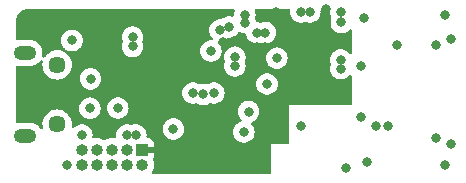
<source format=gbr>
%TF.GenerationSoftware,KiCad,Pcbnew,(6.0.1)*%
%TF.CreationDate,2022-05-09T00:38:21+05:45*%
%TF.ProjectId,ST_RF,53545f52-462e-46b6-9963-61645f706362,rev?*%
%TF.SameCoordinates,Original*%
%TF.FileFunction,Copper,L3,Inr*%
%TF.FilePolarity,Positive*%
%FSLAX46Y46*%
G04 Gerber Fmt 4.6, Leading zero omitted, Abs format (unit mm)*
G04 Created by KiCad (PCBNEW (6.0.1)) date 2022-05-09 00:38:21*
%MOMM*%
%LPD*%
G01*
G04 APERTURE LIST*
%TA.AperFunction,ComponentPad*%
%ADD10O,1.000000X1.000000*%
%TD*%
%TA.AperFunction,ComponentPad*%
%ADD11R,1.000000X1.000000*%
%TD*%
%TA.AperFunction,ComponentPad*%
%ADD12O,1.900000X1.200000*%
%TD*%
%TA.AperFunction,ComponentPad*%
%ADD13C,1.450000*%
%TD*%
%TA.AperFunction,ViaPad*%
%ADD14C,0.800000*%
%TD*%
G04 APERTURE END LIST*
D10*
%TO.N,NRST*%
%TO.C,J3*%
X31496000Y-41910000D03*
%TO.N,GND*%
X31496000Y-40640000D03*
%TO.N,unconnected-(J3-Pad8)*%
X32766000Y-41910000D03*
%TO.N,unconnected-(J3-Pad7)*%
X32766000Y-40640000D03*
%TO.N,unconnected-(J3-Pad6)*%
X34036000Y-41910000D03*
%TO.N,GND*%
X34036000Y-40640000D03*
%TO.N,SW_CLK*%
X35306000Y-41910000D03*
%TO.N,GND*%
X35306000Y-40640000D03*
%TO.N,SW_DIO*%
X36576000Y-41910000D03*
D11*
%TO.N,+3V3*%
X36576000Y-40640000D03*
%TD*%
D12*
%TO.N,unconnected-(J1-Pad6)*%
%TO.C,J1*%
X26702500Y-39441000D03*
D13*
X29402500Y-33441000D03*
D12*
X26702500Y-32441000D03*
D13*
X29402500Y-38441000D03*
%TD*%
D14*
%TO.N,GND*%
X55118000Y-37846000D03*
X55626000Y-41656000D03*
X62230000Y-41910000D03*
X62738000Y-40132000D03*
X62738000Y-31242000D03*
X62230000Y-29210000D03*
X55372000Y-29464000D03*
X55118000Y-33528000D03*
X61468000Y-31750000D03*
X58166000Y-31750000D03*
X61468000Y-39624000D03*
X57404000Y-38608000D03*
X56388000Y-38608000D03*
X50800000Y-28956000D03*
X50038000Y-28956000D03*
X42672000Y-35814000D03*
X41783000Y-35941000D03*
X40894000Y-35814000D03*
X53848000Y-42164000D03*
X45212000Y-39116000D03*
%TO.N,NRST*%
X30226000Y-41910000D03*
%TO.N,GND*%
X31496000Y-39370000D03*
X36068000Y-39370000D03*
X35306000Y-39370000D03*
X43942000Y-30226000D03*
X43180000Y-30480000D03*
%TO.N,+3V3*%
X43434000Y-31496000D03*
%TO.N,NRST*%
X42418000Y-32258000D03*
%TO.N,+5V*%
X30657800Y-31369000D03*
%TO.N,GND*%
X32232600Y-34620200D03*
%TO.N,+3V3*%
X48031400Y-39217600D03*
%TO.N,GND*%
X48006000Y-32867600D03*
%TO.N,SPI_SCK*%
X45618400Y-37388800D03*
X47172548Y-35052248D03*
%TO.N,GND*%
X53416200Y-33756600D03*
X53416200Y-33020000D03*
X53441600Y-28956000D03*
X53467000Y-29845000D03*
%TO.N,+3V3*%
X52171600Y-28702000D03*
X52171600Y-29616400D03*
X40995600Y-32334200D03*
X47904400Y-29692600D03*
X47904400Y-28956000D03*
%TO.N,GND*%
X45288200Y-29210000D03*
X45313600Y-29870400D03*
X47040800Y-30708600D03*
X46329600Y-30734000D03*
%TO.N,+3V3*%
X47015400Y-31927800D03*
X46329600Y-31927800D03*
%TO.N,GND*%
X44450000Y-32791400D03*
X44450000Y-33528000D03*
%TO.N,+3V3*%
X38100000Y-34721800D03*
X38125400Y-33375600D03*
X38150800Y-34010600D03*
%TO.N,GND*%
X35788600Y-31877000D03*
X35788600Y-31089600D03*
%TO.N,+3V3*%
X37541200Y-34925000D03*
X36728400Y-34899600D03*
%TO.N,GND*%
X34544000Y-37084000D03*
%TO.N,+5V*%
X32181800Y-37109400D03*
%TO.N,GND*%
X39243000Y-38862000D03*
%TO.N,+3V3*%
X40894000Y-40132000D03*
%TO.N,GND*%
X50037400Y-38608000D03*
%TD*%
%TA.AperFunction,Conductor*%
%TO.N,+3V3*%
G36*
X44392703Y-28722002D02*
G01*
X44439196Y-28775658D01*
X44449300Y-28845932D01*
X44444415Y-28866936D01*
X44415476Y-28956000D01*
X44394658Y-29020072D01*
X44393968Y-29026633D01*
X44393968Y-29026635D01*
X44388995Y-29073954D01*
X44374696Y-29210000D01*
X44375386Y-29216565D01*
X44375386Y-29216568D01*
X44375831Y-29220803D01*
X44363058Y-29290641D01*
X44314555Y-29342487D01*
X44245721Y-29359880D01*
X44224539Y-29356027D01*
X44224288Y-29357206D01*
X44043944Y-29318872D01*
X44043939Y-29318872D01*
X44037487Y-29317500D01*
X43846513Y-29317500D01*
X43840061Y-29318872D01*
X43840056Y-29318872D01*
X43772279Y-29333279D01*
X43659712Y-29357206D01*
X43653682Y-29359891D01*
X43653681Y-29359891D01*
X43491278Y-29432197D01*
X43491276Y-29432198D01*
X43485248Y-29434882D01*
X43479907Y-29438762D01*
X43479906Y-29438763D01*
X43394088Y-29501114D01*
X43330747Y-29547134D01*
X43328994Y-29544721D01*
X43276729Y-29569841D01*
X43256351Y-29571500D01*
X43084513Y-29571500D01*
X43078061Y-29572872D01*
X43078056Y-29572872D01*
X42991113Y-29591353D01*
X42897712Y-29611206D01*
X42891682Y-29613891D01*
X42891681Y-29613891D01*
X42729278Y-29686197D01*
X42729276Y-29686198D01*
X42723248Y-29688882D01*
X42717907Y-29692762D01*
X42717906Y-29692763D01*
X42700429Y-29705461D01*
X42568747Y-29801134D01*
X42564326Y-29806044D01*
X42564325Y-29806045D01*
X42512293Y-29863833D01*
X42440960Y-29943056D01*
X42345473Y-30108444D01*
X42286458Y-30290072D01*
X42285768Y-30296633D01*
X42285768Y-30296635D01*
X42268401Y-30461872D01*
X42266496Y-30480000D01*
X42267186Y-30486565D01*
X42283187Y-30638803D01*
X42286458Y-30669928D01*
X42345473Y-30851556D01*
X42348776Y-30857278D01*
X42348777Y-30857279D01*
X42368803Y-30891965D01*
X42440960Y-31016944D01*
X42551032Y-31139192D01*
X42581748Y-31203197D01*
X42572984Y-31273651D01*
X42527522Y-31328182D01*
X42457395Y-31349500D01*
X42322513Y-31349500D01*
X42316061Y-31350872D01*
X42316056Y-31350872D01*
X42231761Y-31368790D01*
X42135712Y-31389206D01*
X42129682Y-31391891D01*
X42129681Y-31391891D01*
X41967278Y-31464197D01*
X41967276Y-31464198D01*
X41961248Y-31466882D01*
X41955907Y-31470762D01*
X41955906Y-31470763D01*
X41921395Y-31495837D01*
X41806747Y-31579134D01*
X41678960Y-31721056D01*
X41620686Y-31821990D01*
X41588926Y-31877000D01*
X41583473Y-31886444D01*
X41524458Y-32068072D01*
X41523768Y-32074633D01*
X41523768Y-32074635D01*
X41506149Y-32242271D01*
X41504496Y-32258000D01*
X41505186Y-32264565D01*
X41512826Y-32337251D01*
X41524458Y-32447928D01*
X41583473Y-32629556D01*
X41678960Y-32794944D01*
X41683378Y-32799851D01*
X41683379Y-32799852D01*
X41744380Y-32867600D01*
X41806747Y-32936866D01*
X41876580Y-32987603D01*
X41944045Y-33036619D01*
X41961248Y-33049118D01*
X41967276Y-33051802D01*
X41967278Y-33051803D01*
X42057938Y-33092167D01*
X42135712Y-33126794D01*
X42229112Y-33146647D01*
X42316056Y-33165128D01*
X42316061Y-33165128D01*
X42322513Y-33166500D01*
X42513487Y-33166500D01*
X42519939Y-33165128D01*
X42519944Y-33165128D01*
X42606888Y-33146647D01*
X42700288Y-33126794D01*
X42778062Y-33092167D01*
X42868722Y-33051803D01*
X42868724Y-33051802D01*
X42874752Y-33049118D01*
X42891956Y-33036619D01*
X42959420Y-32987603D01*
X43029253Y-32936866D01*
X43091620Y-32867600D01*
X43152621Y-32799852D01*
X43152622Y-32799851D01*
X43157040Y-32794944D01*
X43252527Y-32629556D01*
X43311542Y-32447928D01*
X43323175Y-32337251D01*
X43330814Y-32264565D01*
X43331504Y-32258000D01*
X43329851Y-32242271D01*
X43312232Y-32074635D01*
X43312232Y-32074633D01*
X43311542Y-32068072D01*
X43252527Y-31886444D01*
X43247075Y-31877000D01*
X43215314Y-31821990D01*
X43157040Y-31721056D01*
X43046968Y-31598808D01*
X43016252Y-31534803D01*
X43025016Y-31464349D01*
X43070478Y-31409818D01*
X43140605Y-31388500D01*
X43275487Y-31388500D01*
X43281939Y-31387128D01*
X43281944Y-31387128D01*
X43398112Y-31362435D01*
X43462288Y-31348794D01*
X43498245Y-31332785D01*
X43630722Y-31273803D01*
X43630724Y-31273802D01*
X43636752Y-31271118D01*
X43671952Y-31245544D01*
X43791253Y-31158866D01*
X43793006Y-31161279D01*
X43845271Y-31136159D01*
X43865649Y-31134500D01*
X44037487Y-31134500D01*
X44043939Y-31133128D01*
X44043944Y-31133128D01*
X44130887Y-31114647D01*
X44224288Y-31094794D01*
X44244312Y-31085879D01*
X44392722Y-31019803D01*
X44392724Y-31019802D01*
X44398752Y-31017118D01*
X44417181Y-31003729D01*
X44454157Y-30976864D01*
X44553253Y-30904866D01*
X44558960Y-30898528D01*
X44676621Y-30767852D01*
X44676622Y-30767851D01*
X44681040Y-30762944D01*
X44706850Y-30718240D01*
X44758232Y-30669248D01*
X44827946Y-30655813D01*
X44867216Y-30666135D01*
X45025277Y-30736508D01*
X45025285Y-30736511D01*
X45031312Y-30739194D01*
X45116160Y-30757229D01*
X45211656Y-30777528D01*
X45211661Y-30777528D01*
X45218113Y-30778900D01*
X45307364Y-30778900D01*
X45375485Y-30798902D01*
X45421978Y-30852558D01*
X45432674Y-30891730D01*
X45434055Y-30904866D01*
X45436058Y-30923928D01*
X45495073Y-31105556D01*
X45498376Y-31111278D01*
X45498377Y-31111279D01*
X45510992Y-31133128D01*
X45590560Y-31270944D01*
X45594978Y-31275851D01*
X45594979Y-31275852D01*
X45646230Y-31332772D01*
X45718347Y-31412866D01*
X45784812Y-31461156D01*
X45841584Y-31502403D01*
X45872848Y-31525118D01*
X45878876Y-31527802D01*
X45878878Y-31527803D01*
X46038366Y-31598811D01*
X46047312Y-31602794D01*
X46140713Y-31622647D01*
X46227656Y-31641128D01*
X46227661Y-31641128D01*
X46234113Y-31642500D01*
X46425087Y-31642500D01*
X46431539Y-31641128D01*
X46431544Y-31641128D01*
X46570260Y-31611642D01*
X46611888Y-31602794D01*
X46663488Y-31579821D01*
X46733852Y-31570387D01*
X46752980Y-31574931D01*
X46758512Y-31577394D01*
X46764967Y-31578766D01*
X46764970Y-31578767D01*
X46938856Y-31615728D01*
X46938861Y-31615728D01*
X46945313Y-31617100D01*
X47136287Y-31617100D01*
X47142739Y-31615728D01*
X47142744Y-31615728D01*
X47229688Y-31597247D01*
X47323088Y-31577394D01*
X47329119Y-31574709D01*
X47491522Y-31502403D01*
X47491524Y-31502402D01*
X47497552Y-31499718D01*
X47520150Y-31483300D01*
X47603088Y-31423041D01*
X47652053Y-31387466D01*
X47686238Y-31349500D01*
X47775421Y-31250452D01*
X47775422Y-31250451D01*
X47779840Y-31245544D01*
X47868426Y-31092109D01*
X47872023Y-31085879D01*
X47872024Y-31085878D01*
X47875327Y-31080156D01*
X47934342Y-30898528D01*
X47935057Y-30891730D01*
X47953614Y-30715165D01*
X47954304Y-30708600D01*
X47934342Y-30518672D01*
X47875327Y-30337044D01*
X47779840Y-30171656D01*
X47662383Y-30041206D01*
X47656475Y-30034645D01*
X47656474Y-30034644D01*
X47652053Y-30029734D01*
X47540622Y-29948774D01*
X47502894Y-29921363D01*
X47502893Y-29921362D01*
X47497552Y-29917482D01*
X47491524Y-29914798D01*
X47491522Y-29914797D01*
X47329119Y-29842491D01*
X47329118Y-29842491D01*
X47323088Y-29839806D01*
X47229687Y-29819953D01*
X47142744Y-29801472D01*
X47142739Y-29801472D01*
X47136287Y-29800100D01*
X46945313Y-29800100D01*
X46938861Y-29801472D01*
X46938856Y-29801472D01*
X46822678Y-29826167D01*
X46758512Y-29839806D01*
X46706912Y-29862779D01*
X46636548Y-29872213D01*
X46617420Y-29867669D01*
X46611888Y-29865206D01*
X46605433Y-29863834D01*
X46605430Y-29863833D01*
X46431544Y-29826872D01*
X46431539Y-29826872D01*
X46425087Y-29825500D01*
X46335836Y-29825500D01*
X46267715Y-29805498D01*
X46221222Y-29751842D01*
X46210526Y-29712670D01*
X46207833Y-29687042D01*
X46207832Y-29687038D01*
X46207142Y-29680472D01*
X46205100Y-29674186D01*
X46161516Y-29540050D01*
X46159488Y-29469083D01*
X46161516Y-29462178D01*
X46179700Y-29406214D01*
X46179701Y-29406210D01*
X46181742Y-29399928D01*
X46183716Y-29381155D01*
X46201014Y-29216565D01*
X46201704Y-29210000D01*
X46187405Y-29073954D01*
X46182432Y-29026635D01*
X46182432Y-29026633D01*
X46181742Y-29020072D01*
X46160924Y-28956000D01*
X46131985Y-28866936D01*
X46129957Y-28795969D01*
X46166620Y-28735171D01*
X46230332Y-28703845D01*
X46251818Y-28702000D01*
X49011255Y-28702000D01*
X49079376Y-28722002D01*
X49125869Y-28775658D01*
X49136565Y-28841170D01*
X49124496Y-28956000D01*
X49144458Y-29145928D01*
X49203473Y-29327556D01*
X49298960Y-29492944D01*
X49303378Y-29497851D01*
X49303379Y-29497852D01*
X49345580Y-29544721D01*
X49426747Y-29634866D01*
X49506435Y-29692763D01*
X49549801Y-29724270D01*
X49581248Y-29747118D01*
X49587276Y-29749802D01*
X49587278Y-29749803D01*
X49749677Y-29822107D01*
X49755712Y-29824794D01*
X49838974Y-29842492D01*
X49936056Y-29863128D01*
X49936061Y-29863128D01*
X49942513Y-29864500D01*
X50133487Y-29864500D01*
X50139939Y-29863128D01*
X50139944Y-29863128D01*
X50278660Y-29833642D01*
X50320288Y-29824794D01*
X50326321Y-29822108D01*
X50326324Y-29822107D01*
X50367752Y-29803662D01*
X50438119Y-29794228D01*
X50470248Y-29803662D01*
X50511676Y-29822107D01*
X50511679Y-29822108D01*
X50517712Y-29824794D01*
X50559340Y-29833642D01*
X50698056Y-29863128D01*
X50698061Y-29863128D01*
X50704513Y-29864500D01*
X50895487Y-29864500D01*
X50901939Y-29863128D01*
X50901944Y-29863128D01*
X50999026Y-29842492D01*
X51082288Y-29824794D01*
X51088323Y-29822107D01*
X51250722Y-29749803D01*
X51250724Y-29749802D01*
X51256752Y-29747118D01*
X51288200Y-29724270D01*
X51331565Y-29692763D01*
X51411253Y-29634866D01*
X51492420Y-29544721D01*
X51534621Y-29497852D01*
X51534622Y-29497851D01*
X51539040Y-29492944D01*
X51634527Y-29327556D01*
X51693542Y-29145928D01*
X51713504Y-28956000D01*
X51701435Y-28841170D01*
X51714207Y-28771332D01*
X51762709Y-28719485D01*
X51826745Y-28702000D01*
X52414855Y-28702000D01*
X52482976Y-28722002D01*
X52529469Y-28775658D01*
X52540165Y-28841170D01*
X52528096Y-28956000D01*
X52548058Y-29145928D01*
X52607073Y-29327556D01*
X52610376Y-29333278D01*
X52610377Y-29333279D01*
X52626413Y-29361054D01*
X52643151Y-29430050D01*
X52633101Y-29472356D01*
X52632473Y-29473444D01*
X52573458Y-29655072D01*
X52572768Y-29661633D01*
X52572768Y-29661635D01*
X52555475Y-29826167D01*
X52553496Y-29845000D01*
X52554186Y-29851565D01*
X52555546Y-29864500D01*
X52573458Y-30034928D01*
X52632473Y-30216556D01*
X52727960Y-30381944D01*
X52732378Y-30386851D01*
X52732379Y-30386852D01*
X52851070Y-30518672D01*
X52855747Y-30523866D01*
X53010248Y-30636118D01*
X53016276Y-30638802D01*
X53016278Y-30638803D01*
X53173046Y-30708600D01*
X53184712Y-30713794D01*
X53278113Y-30733647D01*
X53365056Y-30752128D01*
X53365061Y-30752128D01*
X53371513Y-30753500D01*
X53562487Y-30753500D01*
X53568939Y-30752128D01*
X53568944Y-30752128D01*
X53655887Y-30733647D01*
X53749288Y-30713794D01*
X53760954Y-30708600D01*
X53917722Y-30638803D01*
X53917724Y-30638802D01*
X53923752Y-30636118D01*
X54078253Y-30523866D01*
X54088583Y-30512394D01*
X54133100Y-30462952D01*
X54136364Y-30459327D01*
X54196810Y-30422087D01*
X54267793Y-30423439D01*
X54326778Y-30462952D01*
X54355036Y-30528083D01*
X54356000Y-30543637D01*
X54356000Y-32377782D01*
X54335998Y-32445903D01*
X54282342Y-32492396D01*
X54212068Y-32502500D01*
X54147488Y-32473006D01*
X54136364Y-32462092D01*
X54031875Y-32346045D01*
X54031874Y-32346044D01*
X54027453Y-32341134D01*
X53913029Y-32258000D01*
X53878294Y-32232763D01*
X53878293Y-32232762D01*
X53872952Y-32228882D01*
X53866924Y-32226198D01*
X53866922Y-32226197D01*
X53704519Y-32153891D01*
X53704518Y-32153891D01*
X53698488Y-32151206D01*
X53605087Y-32131353D01*
X53518144Y-32112872D01*
X53518139Y-32112872D01*
X53511687Y-32111500D01*
X53320713Y-32111500D01*
X53314261Y-32112872D01*
X53314256Y-32112872D01*
X53227313Y-32131353D01*
X53133912Y-32151206D01*
X53127882Y-32153891D01*
X53127881Y-32153891D01*
X52965478Y-32226197D01*
X52965476Y-32226198D01*
X52959448Y-32228882D01*
X52954107Y-32232762D01*
X52954106Y-32232763D01*
X52919371Y-32258000D01*
X52804947Y-32341134D01*
X52800526Y-32346044D01*
X52800525Y-32346045D01*
X52703137Y-32454206D01*
X52677160Y-32483056D01*
X52635123Y-32555866D01*
X52585858Y-32641196D01*
X52581673Y-32648444D01*
X52522658Y-32830072D01*
X52521968Y-32836633D01*
X52521968Y-32836635D01*
X52507450Y-32974765D01*
X52502696Y-33020000D01*
X52503386Y-33026565D01*
X52518273Y-33168203D01*
X52522658Y-33209928D01*
X52566428Y-33344635D01*
X52567964Y-33349363D01*
X52569992Y-33420331D01*
X52567969Y-33427221D01*
X52522658Y-33566672D01*
X52521968Y-33573233D01*
X52521968Y-33573235D01*
X52503386Y-33750034D01*
X52502696Y-33756600D01*
X52503386Y-33763165D01*
X52518323Y-33905279D01*
X52522658Y-33946528D01*
X52581673Y-34128156D01*
X52677160Y-34293544D01*
X52681578Y-34298451D01*
X52681579Y-34298452D01*
X52800270Y-34430272D01*
X52804947Y-34435466D01*
X52904043Y-34507464D01*
X52912108Y-34513323D01*
X52959448Y-34547718D01*
X52965476Y-34550402D01*
X52965478Y-34550403D01*
X53122246Y-34620200D01*
X53133912Y-34625394D01*
X53227313Y-34645247D01*
X53314256Y-34663728D01*
X53314261Y-34663728D01*
X53320713Y-34665100D01*
X53511687Y-34665100D01*
X53518139Y-34663728D01*
X53518144Y-34663728D01*
X53605087Y-34645247D01*
X53698488Y-34625394D01*
X53710154Y-34620200D01*
X53866922Y-34550403D01*
X53866924Y-34550402D01*
X53872952Y-34547718D01*
X53920293Y-34513323D01*
X53928357Y-34507464D01*
X54027453Y-34435466D01*
X54037783Y-34423994D01*
X54136364Y-34314508D01*
X54196810Y-34277268D01*
X54267794Y-34278620D01*
X54326778Y-34318133D01*
X54355036Y-34383264D01*
X54356000Y-34398818D01*
X54356000Y-36704000D01*
X54335998Y-36772121D01*
X54282342Y-36818614D01*
X54230000Y-36830000D01*
X49022000Y-36830000D01*
X49022000Y-40006000D01*
X49001998Y-40074121D01*
X48948342Y-40120614D01*
X48896000Y-40132000D01*
X47498000Y-40132000D01*
X47498000Y-42546000D01*
X47477998Y-42614121D01*
X47424342Y-42660614D01*
X47372000Y-42672000D01*
X37519532Y-42672000D01*
X37451411Y-42651998D01*
X37404918Y-42598342D01*
X37394814Y-42528068D01*
X37409976Y-42483763D01*
X37498722Y-42327542D01*
X37501769Y-42322179D01*
X37564197Y-42134513D01*
X37588985Y-41938295D01*
X37589380Y-41910000D01*
X37570080Y-41713167D01*
X37565073Y-41696581D01*
X37514699Y-41529736D01*
X37514698Y-41529734D01*
X37512916Y-41523831D01*
X37510022Y-41518387D01*
X37507973Y-41513417D01*
X37500509Y-41442814D01*
X37518145Y-41402429D01*
X37516479Y-41401517D01*
X37529323Y-41378058D01*
X37574478Y-41257606D01*
X37578105Y-41242351D01*
X37583631Y-41191486D01*
X37584000Y-41184672D01*
X37584000Y-40912115D01*
X37579525Y-40896876D01*
X37578135Y-40895671D01*
X37570452Y-40894000D01*
X36448000Y-40894000D01*
X36379879Y-40873998D01*
X36333386Y-40820342D01*
X36322000Y-40768000D01*
X36322000Y-40512000D01*
X36342002Y-40443879D01*
X36395658Y-40397386D01*
X36448000Y-40386000D01*
X37565884Y-40386000D01*
X37581123Y-40381525D01*
X37582328Y-40380135D01*
X37583999Y-40372452D01*
X37583999Y-40095331D01*
X37583629Y-40088510D01*
X37578105Y-40037648D01*
X37574479Y-40022396D01*
X37529324Y-39901946D01*
X37520786Y-39886351D01*
X37444285Y-39784276D01*
X37431724Y-39771715D01*
X37329649Y-39695214D01*
X37314054Y-39686676D01*
X37193606Y-39641522D01*
X37178351Y-39637895D01*
X37127486Y-39632369D01*
X37120672Y-39632000D01*
X37093904Y-39632000D01*
X37025783Y-39611998D01*
X36979290Y-39558342D01*
X36968594Y-39492829D01*
X36969149Y-39487556D01*
X36981504Y-39370000D01*
X36967163Y-39233556D01*
X36962232Y-39186635D01*
X36962232Y-39186633D01*
X36961542Y-39180072D01*
X36902527Y-38998444D01*
X36823751Y-38862000D01*
X38329496Y-38862000D01*
X38349458Y-39051928D01*
X38408473Y-39233556D01*
X38411776Y-39239278D01*
X38411777Y-39239279D01*
X38426704Y-39265133D01*
X38503960Y-39398944D01*
X38508378Y-39403851D01*
X38508379Y-39403852D01*
X38609808Y-39516500D01*
X38631747Y-39540866D01*
X38692916Y-39585308D01*
X38780773Y-39649140D01*
X38786248Y-39653118D01*
X38792276Y-39655802D01*
X38792278Y-39655803D01*
X38914890Y-39710393D01*
X38960712Y-39730794D01*
X39054112Y-39750647D01*
X39141056Y-39769128D01*
X39141061Y-39769128D01*
X39147513Y-39770500D01*
X39338487Y-39770500D01*
X39344939Y-39769128D01*
X39344944Y-39769128D01*
X39431888Y-39750647D01*
X39525288Y-39730794D01*
X39571110Y-39710393D01*
X39693722Y-39655803D01*
X39693724Y-39655802D01*
X39699752Y-39653118D01*
X39705228Y-39649140D01*
X39793084Y-39585308D01*
X39854253Y-39540866D01*
X39876192Y-39516500D01*
X39977621Y-39403852D01*
X39977622Y-39403851D01*
X39982040Y-39398944D01*
X40059296Y-39265133D01*
X40074223Y-39239279D01*
X40074224Y-39239278D01*
X40077527Y-39233556D01*
X40115724Y-39116000D01*
X44298496Y-39116000D01*
X44299186Y-39122565D01*
X44316455Y-39286866D01*
X44318458Y-39305928D01*
X44377473Y-39487556D01*
X44380776Y-39493278D01*
X44380777Y-39493279D01*
X44394184Y-39516500D01*
X44472960Y-39652944D01*
X44477378Y-39657851D01*
X44477379Y-39657852D01*
X44596325Y-39789955D01*
X44600747Y-39794866D01*
X44617908Y-39807334D01*
X44743907Y-39898878D01*
X44755248Y-39907118D01*
X44761276Y-39909802D01*
X44761278Y-39909803D01*
X44923681Y-39982109D01*
X44929712Y-39984794D01*
X45006261Y-40001065D01*
X45110056Y-40023128D01*
X45110061Y-40023128D01*
X45116513Y-40024500D01*
X45307487Y-40024500D01*
X45313939Y-40023128D01*
X45313944Y-40023128D01*
X45417739Y-40001065D01*
X45494288Y-39984794D01*
X45500319Y-39982109D01*
X45662722Y-39909803D01*
X45662724Y-39909802D01*
X45668752Y-39907118D01*
X45680094Y-39898878D01*
X45806092Y-39807334D01*
X45823253Y-39794866D01*
X45827675Y-39789955D01*
X45946621Y-39657852D01*
X45946622Y-39657851D01*
X45951040Y-39652944D01*
X46029816Y-39516500D01*
X46043223Y-39493279D01*
X46043224Y-39493278D01*
X46046527Y-39487556D01*
X46105542Y-39305928D01*
X46107546Y-39286866D01*
X46124814Y-39122565D01*
X46125504Y-39116000D01*
X46105542Y-38926072D01*
X46046527Y-38744444D01*
X45951040Y-38579056D01*
X45920516Y-38545155D01*
X45845032Y-38461322D01*
X45814314Y-38397315D01*
X45823079Y-38326861D01*
X45868542Y-38272330D01*
X45897471Y-38258278D01*
X45900688Y-38257594D01*
X46013202Y-38207500D01*
X46069122Y-38182603D01*
X46069124Y-38182602D01*
X46075152Y-38179918D01*
X46229653Y-38067666D01*
X46270035Y-38022817D01*
X46353021Y-37930652D01*
X46353022Y-37930651D01*
X46357440Y-37925744D01*
X46436813Y-37788266D01*
X46449623Y-37766079D01*
X46449624Y-37766078D01*
X46452927Y-37760356D01*
X46511942Y-37578728D01*
X46521008Y-37492475D01*
X46531214Y-37395365D01*
X46531904Y-37388800D01*
X46522500Y-37299328D01*
X46512632Y-37205435D01*
X46512632Y-37205433D01*
X46511942Y-37198872D01*
X46452927Y-37017244D01*
X46357440Y-36851856D01*
X46285647Y-36772121D01*
X46234075Y-36714845D01*
X46234074Y-36714844D01*
X46229653Y-36709934D01*
X46130557Y-36637936D01*
X46080494Y-36601563D01*
X46080493Y-36601562D01*
X46075152Y-36597682D01*
X46069124Y-36594998D01*
X46069122Y-36594997D01*
X45906719Y-36522691D01*
X45906718Y-36522691D01*
X45900688Y-36520006D01*
X45791273Y-36496749D01*
X45720344Y-36481672D01*
X45720339Y-36481672D01*
X45713887Y-36480300D01*
X45522913Y-36480300D01*
X45516461Y-36481672D01*
X45516456Y-36481672D01*
X45445527Y-36496749D01*
X45336112Y-36520006D01*
X45330082Y-36522691D01*
X45330081Y-36522691D01*
X45167678Y-36594997D01*
X45167676Y-36594998D01*
X45161648Y-36597682D01*
X45156307Y-36601562D01*
X45156306Y-36601563D01*
X45106243Y-36637936D01*
X45007147Y-36709934D01*
X45002726Y-36714844D01*
X45002725Y-36714845D01*
X44951154Y-36772121D01*
X44879360Y-36851856D01*
X44783873Y-37017244D01*
X44724858Y-37198872D01*
X44724168Y-37205433D01*
X44724168Y-37205435D01*
X44714300Y-37299328D01*
X44704896Y-37388800D01*
X44705586Y-37395365D01*
X44715793Y-37492475D01*
X44724858Y-37578728D01*
X44783873Y-37760356D01*
X44787176Y-37766078D01*
X44787177Y-37766079D01*
X44799987Y-37788266D01*
X44879360Y-37925744D01*
X44883778Y-37930651D01*
X44883779Y-37930652D01*
X44985368Y-38043478D01*
X45016086Y-38107485D01*
X45007321Y-38177939D01*
X44961858Y-38232470D01*
X44932929Y-38246522D01*
X44929712Y-38247206D01*
X44842480Y-38286044D01*
X44761278Y-38322197D01*
X44761276Y-38322198D01*
X44755248Y-38324882D01*
X44749907Y-38328762D01*
X44749906Y-38328763D01*
X44724051Y-38347548D01*
X44600747Y-38437134D01*
X44596326Y-38442044D01*
X44596325Y-38442045D01*
X44503485Y-38545155D01*
X44472960Y-38579056D01*
X44377473Y-38744444D01*
X44318458Y-38926072D01*
X44298496Y-39116000D01*
X40115724Y-39116000D01*
X40136542Y-39051928D01*
X40156504Y-38862000D01*
X40147428Y-38775642D01*
X40137232Y-38678635D01*
X40137232Y-38678633D01*
X40136542Y-38672072D01*
X40077527Y-38490444D01*
X39982040Y-38325056D01*
X39957049Y-38297300D01*
X39858675Y-38188045D01*
X39858674Y-38188044D01*
X39854253Y-38183134D01*
X39699752Y-38070882D01*
X39693724Y-38068198D01*
X39693722Y-38068197D01*
X39531319Y-37995891D01*
X39531318Y-37995891D01*
X39525288Y-37993206D01*
X39431887Y-37973353D01*
X39344944Y-37954872D01*
X39344939Y-37954872D01*
X39338487Y-37953500D01*
X39147513Y-37953500D01*
X39141061Y-37954872D01*
X39141056Y-37954872D01*
X39054113Y-37973353D01*
X38960712Y-37993206D01*
X38954682Y-37995891D01*
X38954681Y-37995891D01*
X38792278Y-38068197D01*
X38792276Y-38068198D01*
X38786248Y-38070882D01*
X38631747Y-38183134D01*
X38627326Y-38188044D01*
X38627325Y-38188045D01*
X38528952Y-38297300D01*
X38503960Y-38325056D01*
X38408473Y-38490444D01*
X38349458Y-38672072D01*
X38348768Y-38678633D01*
X38348768Y-38678635D01*
X38338572Y-38775642D01*
X38329496Y-38862000D01*
X36823751Y-38862000D01*
X36807040Y-38833056D01*
X36727254Y-38744444D01*
X36683675Y-38696045D01*
X36683674Y-38696044D01*
X36679253Y-38691134D01*
X36524752Y-38578882D01*
X36518724Y-38576198D01*
X36518722Y-38576197D01*
X36356319Y-38503891D01*
X36356318Y-38503891D01*
X36350288Y-38501206D01*
X36256887Y-38481353D01*
X36169944Y-38462872D01*
X36169939Y-38462872D01*
X36163487Y-38461500D01*
X35972513Y-38461500D01*
X35966061Y-38462872D01*
X35966056Y-38462872D01*
X35863267Y-38484721D01*
X35785712Y-38501206D01*
X35779679Y-38503892D01*
X35779676Y-38503893D01*
X35738248Y-38522338D01*
X35667881Y-38531772D01*
X35635752Y-38522338D01*
X35594324Y-38503893D01*
X35594321Y-38503892D01*
X35588288Y-38501206D01*
X35510733Y-38484721D01*
X35407944Y-38462872D01*
X35407939Y-38462872D01*
X35401487Y-38461500D01*
X35210513Y-38461500D01*
X35204061Y-38462872D01*
X35204056Y-38462872D01*
X35117113Y-38481353D01*
X35023712Y-38501206D01*
X35017682Y-38503891D01*
X35017681Y-38503891D01*
X34855278Y-38576197D01*
X34855276Y-38576198D01*
X34849248Y-38578882D01*
X34694747Y-38691134D01*
X34690326Y-38696044D01*
X34690325Y-38696045D01*
X34646747Y-38744444D01*
X34566960Y-38833056D01*
X34471473Y-38998444D01*
X34412458Y-39180072D01*
X34411768Y-39186633D01*
X34411768Y-39186635D01*
X34406837Y-39233556D01*
X34392496Y-39370000D01*
X34393186Y-39376564D01*
X34393186Y-39376565D01*
X34407785Y-39515470D01*
X34395013Y-39585308D01*
X34346511Y-39637155D01*
X34277678Y-39654549D01*
X34251743Y-39650119D01*
X34251690Y-39650379D01*
X34245653Y-39649140D01*
X34239768Y-39647318D01*
X34233643Y-39646674D01*
X34233642Y-39646674D01*
X34049204Y-39627289D01*
X34049202Y-39627289D01*
X34043075Y-39626645D01*
X33980179Y-39632369D01*
X33852251Y-39644011D01*
X33852248Y-39644012D01*
X33846112Y-39644570D01*
X33840206Y-39646308D01*
X33840202Y-39646309D01*
X33735076Y-39677249D01*
X33656381Y-39700410D01*
X33650923Y-39703263D01*
X33650919Y-39703265D01*
X33589698Y-39735271D01*
X33481110Y-39792040D01*
X33476310Y-39795900D01*
X33471153Y-39799274D01*
X33469769Y-39797158D01*
X33414365Y-39820027D01*
X33344512Y-39807334D01*
X33334898Y-39801709D01*
X33332675Y-39799870D01*
X33158701Y-39705802D01*
X32969768Y-39647318D01*
X32963643Y-39646674D01*
X32963642Y-39646674D01*
X32779204Y-39627289D01*
X32779202Y-39627289D01*
X32773075Y-39626645D01*
X32710179Y-39632369D01*
X32582251Y-39644011D01*
X32582248Y-39644012D01*
X32576112Y-39644570D01*
X32570197Y-39646311D01*
X32570196Y-39646311D01*
X32554966Y-39650793D01*
X32483969Y-39650839D01*
X32424218Y-39612493D01*
X32394684Y-39547931D01*
X32394080Y-39516749D01*
X32394215Y-39515470D01*
X32409504Y-39370000D01*
X32395163Y-39233556D01*
X32390232Y-39186635D01*
X32390232Y-39186633D01*
X32389542Y-39180072D01*
X32330527Y-38998444D01*
X32235040Y-38833056D01*
X32155254Y-38744444D01*
X32111675Y-38696045D01*
X32111674Y-38696044D01*
X32107253Y-38691134D01*
X31952752Y-38578882D01*
X31946724Y-38576198D01*
X31946722Y-38576197D01*
X31784319Y-38503891D01*
X31784318Y-38503891D01*
X31778288Y-38501206D01*
X31684887Y-38481353D01*
X31597944Y-38462872D01*
X31597939Y-38462872D01*
X31591487Y-38461500D01*
X31400513Y-38461500D01*
X31394061Y-38462872D01*
X31394056Y-38462872D01*
X31307113Y-38481353D01*
X31213712Y-38501206D01*
X31207682Y-38503891D01*
X31207681Y-38503891D01*
X31045278Y-38576197D01*
X31045276Y-38576198D01*
X31039248Y-38578882D01*
X30884747Y-38691134D01*
X30842185Y-38738404D01*
X30781742Y-38775642D01*
X30710758Y-38774290D01*
X30651773Y-38734777D01*
X30623515Y-38669646D01*
X30623030Y-38643111D01*
X30640233Y-38446476D01*
X30640233Y-38446475D01*
X30640712Y-38441000D01*
X30621901Y-38225987D01*
X30619642Y-38217556D01*
X30567462Y-38022817D01*
X30567461Y-38022815D01*
X30566039Y-38017507D01*
X30554378Y-37992500D01*
X30477149Y-37826881D01*
X30477146Y-37826876D01*
X30474823Y-37821894D01*
X30351025Y-37645093D01*
X30198407Y-37492475D01*
X30190130Y-37486679D01*
X30050344Y-37388800D01*
X30021606Y-37368677D01*
X30016624Y-37366354D01*
X30016619Y-37366351D01*
X29830975Y-37279784D01*
X29830974Y-37279783D01*
X29825993Y-37277461D01*
X29820685Y-37276039D01*
X29820683Y-37276038D01*
X29622828Y-37223023D01*
X29622826Y-37223023D01*
X29617513Y-37221599D01*
X29402500Y-37202788D01*
X29187487Y-37221599D01*
X29182174Y-37223023D01*
X29182172Y-37223023D01*
X28984317Y-37276038D01*
X28984315Y-37276039D01*
X28979007Y-37277461D01*
X28974026Y-37279783D01*
X28974025Y-37279784D01*
X28788381Y-37366351D01*
X28788376Y-37366354D01*
X28783394Y-37368677D01*
X28754656Y-37388800D01*
X28614871Y-37486679D01*
X28606593Y-37492475D01*
X28453975Y-37645093D01*
X28330177Y-37821894D01*
X28327854Y-37826876D01*
X28327851Y-37826881D01*
X28250622Y-37992500D01*
X28238961Y-38017507D01*
X28237539Y-38022815D01*
X28237538Y-38022817D01*
X28185358Y-38217556D01*
X28183099Y-38225987D01*
X28164288Y-38441000D01*
X28183099Y-38656013D01*
X28184523Y-38661326D01*
X28184523Y-38661328D01*
X28200722Y-38721784D01*
X28199032Y-38792761D01*
X28159238Y-38851556D01*
X28093973Y-38879504D01*
X28023960Y-38867730D01*
X27976245Y-38827295D01*
X27951749Y-38792761D01*
X27895446Y-38713389D01*
X27742650Y-38567119D01*
X27564952Y-38452380D01*
X27492152Y-38423041D01*
X27374332Y-38375558D01*
X27374329Y-38375557D01*
X27368763Y-38373314D01*
X27161163Y-38332772D01*
X27155601Y-38332500D01*
X26299654Y-38332500D01*
X26141934Y-38347548D01*
X26069468Y-38368807D01*
X25998473Y-38368790D01*
X25938756Y-38330392D01*
X25909278Y-38265804D01*
X25908000Y-38247902D01*
X25908000Y-37109400D01*
X31268296Y-37109400D01*
X31268986Y-37115965D01*
X31284899Y-37267365D01*
X31288258Y-37299328D01*
X31347273Y-37480956D01*
X31350576Y-37486678D01*
X31350577Y-37486679D01*
X31356173Y-37496372D01*
X31442760Y-37646344D01*
X31570547Y-37788266D01*
X31610627Y-37817386D01*
X31693784Y-37877803D01*
X31725048Y-37900518D01*
X31731076Y-37903202D01*
X31731078Y-37903203D01*
X31893481Y-37975509D01*
X31899512Y-37978194D01*
X31992912Y-37998047D01*
X32079856Y-38016528D01*
X32079861Y-38016528D01*
X32086313Y-38017900D01*
X32277287Y-38017900D01*
X32283739Y-38016528D01*
X32283744Y-38016528D01*
X32370688Y-37998047D01*
X32464088Y-37978194D01*
X32470119Y-37975509D01*
X32632522Y-37903203D01*
X32632524Y-37903202D01*
X32638552Y-37900518D01*
X32669817Y-37877803D01*
X32752973Y-37817386D01*
X32793053Y-37788266D01*
X32920840Y-37646344D01*
X33007427Y-37496372D01*
X33013023Y-37486679D01*
X33013024Y-37486678D01*
X33016327Y-37480956D01*
X33075342Y-37299328D01*
X33078702Y-37267365D01*
X33094614Y-37115965D01*
X33095304Y-37109400D01*
X33092634Y-37084000D01*
X33630496Y-37084000D01*
X33631186Y-37090565D01*
X33641910Y-37192594D01*
X33650458Y-37273928D01*
X33709473Y-37455556D01*
X33804960Y-37620944D01*
X33809378Y-37625851D01*
X33809379Y-37625852D01*
X33832249Y-37651252D01*
X33932747Y-37762866D01*
X34087248Y-37875118D01*
X34093276Y-37877802D01*
X34093278Y-37877803D01*
X34211980Y-37930652D01*
X34261712Y-37952794D01*
X34355113Y-37972647D01*
X34442056Y-37991128D01*
X34442061Y-37991128D01*
X34448513Y-37992500D01*
X34639487Y-37992500D01*
X34645939Y-37991128D01*
X34645944Y-37991128D01*
X34732887Y-37972647D01*
X34826288Y-37952794D01*
X34876020Y-37930652D01*
X34994722Y-37877803D01*
X34994724Y-37877802D01*
X35000752Y-37875118D01*
X35155253Y-37762866D01*
X35255751Y-37651252D01*
X35278621Y-37625852D01*
X35278622Y-37625851D01*
X35283040Y-37620944D01*
X35378527Y-37455556D01*
X35437542Y-37273928D01*
X35446091Y-37192594D01*
X35456814Y-37090565D01*
X35457504Y-37084000D01*
X35446280Y-36977206D01*
X35438232Y-36900635D01*
X35438232Y-36900633D01*
X35437542Y-36894072D01*
X35378527Y-36712444D01*
X35361935Y-36683705D01*
X35301006Y-36578174D01*
X35283040Y-36547056D01*
X35237744Y-36496749D01*
X35159675Y-36410045D01*
X35159674Y-36410044D01*
X35155253Y-36405134D01*
X35035712Y-36318282D01*
X35006094Y-36296763D01*
X35006093Y-36296762D01*
X35000752Y-36292882D01*
X34994724Y-36290198D01*
X34994722Y-36290197D01*
X34832319Y-36217891D01*
X34832318Y-36217891D01*
X34826288Y-36215206D01*
X34713721Y-36191279D01*
X34645944Y-36176872D01*
X34645939Y-36176872D01*
X34639487Y-36175500D01*
X34448513Y-36175500D01*
X34442061Y-36176872D01*
X34442056Y-36176872D01*
X34374279Y-36191279D01*
X34261712Y-36215206D01*
X34255682Y-36217891D01*
X34255681Y-36217891D01*
X34093278Y-36290197D01*
X34093276Y-36290198D01*
X34087248Y-36292882D01*
X34081907Y-36296762D01*
X34081906Y-36296763D01*
X34052288Y-36318282D01*
X33932747Y-36405134D01*
X33928326Y-36410044D01*
X33928325Y-36410045D01*
X33850257Y-36496749D01*
X33804960Y-36547056D01*
X33786994Y-36578174D01*
X33726066Y-36683705D01*
X33709473Y-36712444D01*
X33650458Y-36894072D01*
X33649768Y-36900633D01*
X33649768Y-36900635D01*
X33641720Y-36977206D01*
X33630496Y-37084000D01*
X33092634Y-37084000D01*
X33075342Y-36919472D01*
X33016327Y-36737844D01*
X33010781Y-36728237D01*
X32971463Y-36660137D01*
X32920840Y-36572456D01*
X32876032Y-36522691D01*
X32797475Y-36435445D01*
X32797474Y-36435444D01*
X32793053Y-36430534D01*
X32638552Y-36318282D01*
X32632524Y-36315598D01*
X32632522Y-36315597D01*
X32470119Y-36243291D01*
X32470118Y-36243291D01*
X32464088Y-36240606D01*
X32357223Y-36217891D01*
X32283744Y-36202272D01*
X32283739Y-36202272D01*
X32277287Y-36200900D01*
X32086313Y-36200900D01*
X32079861Y-36202272D01*
X32079856Y-36202272D01*
X32006377Y-36217891D01*
X31899512Y-36240606D01*
X31893482Y-36243291D01*
X31893481Y-36243291D01*
X31731078Y-36315597D01*
X31731076Y-36315598D01*
X31725048Y-36318282D01*
X31570547Y-36430534D01*
X31566126Y-36435444D01*
X31566125Y-36435445D01*
X31487569Y-36522691D01*
X31442760Y-36572456D01*
X31392137Y-36660137D01*
X31352820Y-36728237D01*
X31347273Y-36737844D01*
X31288258Y-36919472D01*
X31268296Y-37109400D01*
X25908000Y-37109400D01*
X25908000Y-35814000D01*
X39980496Y-35814000D01*
X39981186Y-35820565D01*
X39995920Y-35960748D01*
X40000458Y-36003928D01*
X40059473Y-36185556D01*
X40154960Y-36350944D01*
X40159378Y-36355851D01*
X40159379Y-36355852D01*
X40272668Y-36481672D01*
X40282747Y-36492866D01*
X40350578Y-36542148D01*
X40423318Y-36594997D01*
X40437248Y-36605118D01*
X40443276Y-36607802D01*
X40443278Y-36607803D01*
X40605681Y-36680109D01*
X40611712Y-36682794D01*
X40700201Y-36701603D01*
X40792056Y-36721128D01*
X40792061Y-36721128D01*
X40798513Y-36722500D01*
X40989487Y-36722500D01*
X40995939Y-36721128D01*
X40995944Y-36721128D01*
X41169836Y-36684166D01*
X41169841Y-36684164D01*
X41176288Y-36682794D01*
X41176450Y-36683557D01*
X41242220Y-36681679D01*
X41284247Y-36701603D01*
X41320905Y-36728237D01*
X41320911Y-36728241D01*
X41326248Y-36732118D01*
X41332275Y-36734801D01*
X41332276Y-36734802D01*
X41494681Y-36807109D01*
X41500712Y-36809794D01*
X41594113Y-36829647D01*
X41681056Y-36848128D01*
X41681061Y-36848128D01*
X41687513Y-36849500D01*
X41878487Y-36849500D01*
X41884939Y-36848128D01*
X41884944Y-36848128D01*
X41971887Y-36829647D01*
X42065288Y-36809794D01*
X42071319Y-36807109D01*
X42233724Y-36734802D01*
X42233725Y-36734801D01*
X42239752Y-36732118D01*
X42245089Y-36728241D01*
X42245095Y-36728237D01*
X42281753Y-36701603D01*
X42348620Y-36677745D01*
X42389658Y-36683047D01*
X42389712Y-36682794D01*
X42396159Y-36684164D01*
X42396164Y-36684166D01*
X42570056Y-36721128D01*
X42570061Y-36721128D01*
X42576513Y-36722500D01*
X42767487Y-36722500D01*
X42773939Y-36721128D01*
X42773944Y-36721128D01*
X42865799Y-36701603D01*
X42954288Y-36682794D01*
X42960319Y-36680109D01*
X43122722Y-36607803D01*
X43122724Y-36607802D01*
X43128752Y-36605118D01*
X43142683Y-36594997D01*
X43215422Y-36542148D01*
X43283253Y-36492866D01*
X43293332Y-36481672D01*
X43406621Y-36355852D01*
X43406622Y-36355851D01*
X43411040Y-36350944D01*
X43506527Y-36185556D01*
X43565542Y-36003928D01*
X43570081Y-35960748D01*
X43584814Y-35820565D01*
X43585504Y-35814000D01*
X43577201Y-35734997D01*
X43566232Y-35630635D01*
X43566232Y-35630633D01*
X43565542Y-35624072D01*
X43506527Y-35442444D01*
X43499070Y-35429527D01*
X43425989Y-35302949D01*
X43411040Y-35277056D01*
X43283253Y-35135134D01*
X43169171Y-35052248D01*
X46259044Y-35052248D01*
X46259734Y-35058813D01*
X46267756Y-35135134D01*
X46279006Y-35242176D01*
X46338021Y-35423804D01*
X46341324Y-35429526D01*
X46341325Y-35429527D01*
X46348783Y-35442444D01*
X46433508Y-35589192D01*
X46561295Y-35731114D01*
X46715796Y-35843366D01*
X46721824Y-35846050D01*
X46721826Y-35846051D01*
X46884229Y-35918357D01*
X46890260Y-35921042D01*
X46983660Y-35940895D01*
X47070604Y-35959376D01*
X47070609Y-35959376D01*
X47077061Y-35960748D01*
X47268035Y-35960748D01*
X47274487Y-35959376D01*
X47274492Y-35959376D01*
X47361436Y-35940895D01*
X47454836Y-35921042D01*
X47460867Y-35918357D01*
X47623270Y-35846051D01*
X47623272Y-35846050D01*
X47629300Y-35843366D01*
X47783801Y-35731114D01*
X47911588Y-35589192D01*
X47996313Y-35442444D01*
X48003771Y-35429527D01*
X48003772Y-35429526D01*
X48007075Y-35423804D01*
X48066090Y-35242176D01*
X48077341Y-35135134D01*
X48085362Y-35058813D01*
X48086052Y-35052248D01*
X48070773Y-34906872D01*
X48066780Y-34868883D01*
X48066780Y-34868881D01*
X48066090Y-34862320D01*
X48007075Y-34680692D01*
X47911588Y-34515304D01*
X47783801Y-34373382D01*
X47629300Y-34261130D01*
X47623272Y-34258446D01*
X47623270Y-34258445D01*
X47460867Y-34186139D01*
X47460866Y-34186139D01*
X47454836Y-34183454D01*
X47361435Y-34163601D01*
X47274492Y-34145120D01*
X47274487Y-34145120D01*
X47268035Y-34143748D01*
X47077061Y-34143748D01*
X47070609Y-34145120D01*
X47070604Y-34145120D01*
X46983661Y-34163601D01*
X46890260Y-34183454D01*
X46884230Y-34186139D01*
X46884229Y-34186139D01*
X46721826Y-34258445D01*
X46721824Y-34258446D01*
X46715796Y-34261130D01*
X46561295Y-34373382D01*
X46433508Y-34515304D01*
X46338021Y-34680692D01*
X46279006Y-34862320D01*
X46278316Y-34868881D01*
X46278316Y-34868883D01*
X46274323Y-34906872D01*
X46259044Y-35052248D01*
X43169171Y-35052248D01*
X43160135Y-35045683D01*
X43134094Y-35026763D01*
X43134093Y-35026762D01*
X43128752Y-35022882D01*
X43122724Y-35020198D01*
X43122722Y-35020197D01*
X42960319Y-34947891D01*
X42960318Y-34947891D01*
X42954288Y-34945206D01*
X42860888Y-34925353D01*
X42773944Y-34906872D01*
X42773939Y-34906872D01*
X42767487Y-34905500D01*
X42576513Y-34905500D01*
X42570061Y-34906872D01*
X42570056Y-34906872D01*
X42483112Y-34925353D01*
X42389712Y-34945206D01*
X42383682Y-34947891D01*
X42383681Y-34947891D01*
X42221279Y-35020197D01*
X42215248Y-35022882D01*
X42209911Y-35026759D01*
X42209905Y-35026763D01*
X42173247Y-35053397D01*
X42106380Y-35077255D01*
X42065342Y-35071953D01*
X42065288Y-35072206D01*
X42058841Y-35070836D01*
X42058836Y-35070834D01*
X41884944Y-35033872D01*
X41884939Y-35033872D01*
X41878487Y-35032500D01*
X41687513Y-35032500D01*
X41681061Y-35033872D01*
X41681056Y-35033872D01*
X41507164Y-35070834D01*
X41507159Y-35070836D01*
X41500712Y-35072206D01*
X41500550Y-35071443D01*
X41434780Y-35073321D01*
X41392753Y-35053397D01*
X41356095Y-35026763D01*
X41356089Y-35026759D01*
X41350752Y-35022882D01*
X41344722Y-35020197D01*
X41182319Y-34947891D01*
X41182318Y-34947891D01*
X41176288Y-34945206D01*
X41082888Y-34925353D01*
X40995944Y-34906872D01*
X40995939Y-34906872D01*
X40989487Y-34905500D01*
X40798513Y-34905500D01*
X40792061Y-34906872D01*
X40792056Y-34906872D01*
X40705112Y-34925353D01*
X40611712Y-34945206D01*
X40605682Y-34947891D01*
X40605681Y-34947891D01*
X40443278Y-35020197D01*
X40443276Y-35020198D01*
X40437248Y-35022882D01*
X40431907Y-35026762D01*
X40431906Y-35026763D01*
X40405865Y-35045683D01*
X40282747Y-35135134D01*
X40154960Y-35277056D01*
X40140011Y-35302949D01*
X40066931Y-35429527D01*
X40059473Y-35442444D01*
X40000458Y-35624072D01*
X39999768Y-35630633D01*
X39999768Y-35630635D01*
X39988799Y-35734997D01*
X39980496Y-35814000D01*
X25908000Y-35814000D01*
X25908000Y-33636629D01*
X25928002Y-33568508D01*
X25981658Y-33522015D01*
X26058149Y-33512965D01*
X26243837Y-33549228D01*
X26249399Y-33549500D01*
X27105346Y-33549500D01*
X27263066Y-33534452D01*
X27466034Y-33474908D01*
X27521240Y-33446475D01*
X27648749Y-33380804D01*
X27648752Y-33380802D01*
X27654080Y-33378058D01*
X27820420Y-33247396D01*
X27824352Y-33242865D01*
X27824355Y-33242862D01*
X27955121Y-33092167D01*
X27959052Y-33087637D01*
X27967814Y-33072492D01*
X28019241Y-33023545D01*
X28088967Y-33010172D01*
X28154854Y-33036619D01*
X28195983Y-33094489D01*
X28198582Y-33168203D01*
X28184524Y-33220665D01*
X28184523Y-33220672D01*
X28183099Y-33225987D01*
X28164288Y-33441000D01*
X28183099Y-33656013D01*
X28184523Y-33661326D01*
X28184523Y-33661328D01*
X28230513Y-33832963D01*
X28238961Y-33864493D01*
X28241283Y-33869474D01*
X28241284Y-33869475D01*
X28327851Y-34055119D01*
X28327854Y-34055124D01*
X28330177Y-34060106D01*
X28453975Y-34236907D01*
X28606593Y-34389525D01*
X28611101Y-34392682D01*
X28611104Y-34392684D01*
X28672203Y-34435466D01*
X28783394Y-34513323D01*
X28788376Y-34515646D01*
X28788381Y-34515649D01*
X28974025Y-34602216D01*
X28979007Y-34604539D01*
X28984315Y-34605961D01*
X28984317Y-34605962D01*
X29182172Y-34658977D01*
X29182174Y-34658977D01*
X29187487Y-34660401D01*
X29402500Y-34679212D01*
X29617513Y-34660401D01*
X29622826Y-34658977D01*
X29622828Y-34658977D01*
X29767546Y-34620200D01*
X31319096Y-34620200D01*
X31339058Y-34810128D01*
X31398073Y-34991756D01*
X31493560Y-35157144D01*
X31621347Y-35299066D01*
X31775848Y-35411318D01*
X31781876Y-35414002D01*
X31781878Y-35414003D01*
X31944281Y-35486309D01*
X31950312Y-35488994D01*
X32043713Y-35508847D01*
X32130656Y-35527328D01*
X32130661Y-35527328D01*
X32137113Y-35528700D01*
X32328087Y-35528700D01*
X32334539Y-35527328D01*
X32334544Y-35527328D01*
X32421487Y-35508847D01*
X32514888Y-35488994D01*
X32520919Y-35486309D01*
X32683322Y-35414003D01*
X32683324Y-35414002D01*
X32689352Y-35411318D01*
X32843853Y-35299066D01*
X32971640Y-35157144D01*
X33067127Y-34991756D01*
X33126142Y-34810128D01*
X33146104Y-34620200D01*
X33126142Y-34430272D01*
X33067127Y-34248644D01*
X32971640Y-34083256D01*
X32946306Y-34055119D01*
X32848275Y-33946245D01*
X32848274Y-33946244D01*
X32843853Y-33941334D01*
X32689352Y-33829082D01*
X32683324Y-33826398D01*
X32683322Y-33826397D01*
X32520919Y-33754091D01*
X32520918Y-33754091D01*
X32514888Y-33751406D01*
X32421487Y-33731553D01*
X32334544Y-33713072D01*
X32334539Y-33713072D01*
X32328087Y-33711700D01*
X32137113Y-33711700D01*
X32130661Y-33713072D01*
X32130656Y-33713072D01*
X32043713Y-33731553D01*
X31950312Y-33751406D01*
X31944282Y-33754091D01*
X31944281Y-33754091D01*
X31781878Y-33826397D01*
X31781876Y-33826398D01*
X31775848Y-33829082D01*
X31621347Y-33941334D01*
X31616926Y-33946244D01*
X31616925Y-33946245D01*
X31518895Y-34055119D01*
X31493560Y-34083256D01*
X31398073Y-34248644D01*
X31339058Y-34430272D01*
X31319096Y-34620200D01*
X29767546Y-34620200D01*
X29820683Y-34605962D01*
X29820685Y-34605961D01*
X29825993Y-34604539D01*
X29830975Y-34602216D01*
X30016619Y-34515649D01*
X30016624Y-34515646D01*
X30021606Y-34513323D01*
X30132797Y-34435466D01*
X30193896Y-34392684D01*
X30193899Y-34392682D01*
X30198407Y-34389525D01*
X30351025Y-34236907D01*
X30474823Y-34060106D01*
X30477146Y-34055124D01*
X30477149Y-34055119D01*
X30563716Y-33869475D01*
X30563717Y-33869474D01*
X30566039Y-33864493D01*
X30574488Y-33832963D01*
X30620477Y-33661328D01*
X30620477Y-33661326D01*
X30621901Y-33656013D01*
X30633101Y-33528000D01*
X43536496Y-33528000D01*
X43537186Y-33534565D01*
X43549951Y-33656013D01*
X43556458Y-33717928D01*
X43615473Y-33899556D01*
X43710960Y-34064944D01*
X43838747Y-34206866D01*
X43935647Y-34277268D01*
X43958049Y-34293544D01*
X43993248Y-34319118D01*
X43999276Y-34321802D01*
X43999278Y-34321803D01*
X44161681Y-34394109D01*
X44167712Y-34396794D01*
X44261112Y-34416647D01*
X44348056Y-34435128D01*
X44348061Y-34435128D01*
X44354513Y-34436500D01*
X44545487Y-34436500D01*
X44551939Y-34435128D01*
X44551944Y-34435128D01*
X44638888Y-34416647D01*
X44732288Y-34396794D01*
X44738319Y-34394109D01*
X44900722Y-34321803D01*
X44900724Y-34321802D01*
X44906752Y-34319118D01*
X44941952Y-34293544D01*
X44964353Y-34277268D01*
X45061253Y-34206866D01*
X45189040Y-34064944D01*
X45284527Y-33899556D01*
X45343542Y-33717928D01*
X45350050Y-33656013D01*
X45362814Y-33534565D01*
X45363504Y-33528000D01*
X45357924Y-33474908D01*
X45344232Y-33344635D01*
X45344232Y-33344633D01*
X45343542Y-33338072D01*
X45298236Y-33198635D01*
X45296208Y-33127669D01*
X45298236Y-33120763D01*
X45308585Y-33088915D01*
X45343542Y-32981328D01*
X45355495Y-32867600D01*
X47092496Y-32867600D01*
X47093186Y-32874165D01*
X47105472Y-32991056D01*
X47112458Y-33057528D01*
X47171473Y-33239156D01*
X47266960Y-33404544D01*
X47271378Y-33409451D01*
X47271379Y-33409452D01*
X47384031Y-33534565D01*
X47394747Y-33546466D01*
X47549248Y-33658718D01*
X47555276Y-33661402D01*
X47555278Y-33661403D01*
X47682236Y-33717928D01*
X47723712Y-33736394D01*
X47817113Y-33756247D01*
X47904056Y-33774728D01*
X47904061Y-33774728D01*
X47910513Y-33776100D01*
X48101487Y-33776100D01*
X48107939Y-33774728D01*
X48107944Y-33774728D01*
X48194887Y-33756247D01*
X48288288Y-33736394D01*
X48329764Y-33717928D01*
X48456722Y-33661403D01*
X48456724Y-33661402D01*
X48462752Y-33658718D01*
X48617253Y-33546466D01*
X48627969Y-33534565D01*
X48740621Y-33409452D01*
X48740622Y-33409451D01*
X48745040Y-33404544D01*
X48840527Y-33239156D01*
X48899542Y-33057528D01*
X48906529Y-32991056D01*
X48918814Y-32874165D01*
X48919504Y-32867600D01*
X48917563Y-32849134D01*
X48900232Y-32684235D01*
X48900232Y-32684233D01*
X48899542Y-32677672D01*
X48840527Y-32496044D01*
X48836691Y-32489399D01*
X48766991Y-32368677D01*
X48745040Y-32330656D01*
X48685532Y-32264565D01*
X48621675Y-32193645D01*
X48621674Y-32193644D01*
X48617253Y-32188734D01*
X48462752Y-32076482D01*
X48456724Y-32073798D01*
X48456722Y-32073797D01*
X48294319Y-32001491D01*
X48294318Y-32001491D01*
X48288288Y-31998806D01*
X48194888Y-31978953D01*
X48107944Y-31960472D01*
X48107939Y-31960472D01*
X48101487Y-31959100D01*
X47910513Y-31959100D01*
X47904061Y-31960472D01*
X47904056Y-31960472D01*
X47817112Y-31978953D01*
X47723712Y-31998806D01*
X47717682Y-32001491D01*
X47717681Y-32001491D01*
X47555278Y-32073797D01*
X47555276Y-32073798D01*
X47549248Y-32076482D01*
X47394747Y-32188734D01*
X47390326Y-32193644D01*
X47390325Y-32193645D01*
X47326469Y-32264565D01*
X47266960Y-32330656D01*
X47245009Y-32368677D01*
X47175310Y-32489399D01*
X47171473Y-32496044D01*
X47112458Y-32677672D01*
X47111768Y-32684233D01*
X47111768Y-32684235D01*
X47094437Y-32849134D01*
X47092496Y-32867600D01*
X45355495Y-32867600D01*
X45363504Y-32791400D01*
X45358711Y-32745794D01*
X45344232Y-32608035D01*
X45344232Y-32608033D01*
X45343542Y-32601472D01*
X45284527Y-32419844D01*
X45260243Y-32377782D01*
X45233034Y-32330656D01*
X45189040Y-32254456D01*
X45174038Y-32237794D01*
X45065675Y-32117445D01*
X45065674Y-32117444D01*
X45061253Y-32112534D01*
X44906752Y-32000282D01*
X44900724Y-31997598D01*
X44900722Y-31997597D01*
X44738319Y-31925291D01*
X44738318Y-31925291D01*
X44732288Y-31922606D01*
X44626999Y-31900226D01*
X44551944Y-31884272D01*
X44551939Y-31884272D01*
X44545487Y-31882900D01*
X44354513Y-31882900D01*
X44348061Y-31884272D01*
X44348056Y-31884272D01*
X44273001Y-31900226D01*
X44167712Y-31922606D01*
X44161682Y-31925291D01*
X44161681Y-31925291D01*
X43999278Y-31997597D01*
X43999276Y-31997598D01*
X43993248Y-32000282D01*
X43838747Y-32112534D01*
X43834326Y-32117444D01*
X43834325Y-32117445D01*
X43725963Y-32237794D01*
X43710960Y-32254456D01*
X43666966Y-32330656D01*
X43639758Y-32377782D01*
X43615473Y-32419844D01*
X43556458Y-32601472D01*
X43555768Y-32608033D01*
X43555768Y-32608035D01*
X43541289Y-32745794D01*
X43536496Y-32791400D01*
X43556458Y-32981328D01*
X43591416Y-33088915D01*
X43601764Y-33120763D01*
X43603792Y-33191731D01*
X43601769Y-33198621D01*
X43556458Y-33338072D01*
X43555768Y-33344633D01*
X43555768Y-33344635D01*
X43542076Y-33474908D01*
X43536496Y-33528000D01*
X30633101Y-33528000D01*
X30640712Y-33441000D01*
X30621901Y-33225987D01*
X30620475Y-33220665D01*
X30567462Y-33022817D01*
X30567461Y-33022815D01*
X30566039Y-33017507D01*
X30552095Y-32987603D01*
X30477149Y-32826881D01*
X30477146Y-32826876D01*
X30474823Y-32821894D01*
X30369441Y-32671394D01*
X30354184Y-32649604D01*
X30354182Y-32649601D01*
X30351025Y-32645093D01*
X30198407Y-32492475D01*
X30193122Y-32488774D01*
X30120594Y-32437990D01*
X30021606Y-32368677D01*
X30016624Y-32366354D01*
X30016619Y-32366351D01*
X29830975Y-32279784D01*
X29830974Y-32279783D01*
X29825993Y-32277461D01*
X29820685Y-32276039D01*
X29820683Y-32276038D01*
X29622828Y-32223023D01*
X29622826Y-32223023D01*
X29617513Y-32221599D01*
X29402500Y-32202788D01*
X29187487Y-32221599D01*
X29182174Y-32223023D01*
X29182172Y-32223023D01*
X28984317Y-32276038D01*
X28984315Y-32276039D01*
X28979007Y-32277461D01*
X28974026Y-32279783D01*
X28974025Y-32279784D01*
X28788381Y-32366351D01*
X28788376Y-32366354D01*
X28783394Y-32368677D01*
X28684406Y-32437990D01*
X28611879Y-32488774D01*
X28606593Y-32492475D01*
X28453975Y-32645093D01*
X28450818Y-32649601D01*
X28450816Y-32649604D01*
X28435559Y-32671394D01*
X28382503Y-32747166D01*
X28365748Y-32771094D01*
X28310291Y-32815422D01*
X28239672Y-32822731D01*
X28176311Y-32790700D01*
X28140326Y-32729499D01*
X28137839Y-32680743D01*
X28163852Y-32501336D01*
X28163852Y-32501333D01*
X28164713Y-32495396D01*
X28154933Y-32284101D01*
X28113667Y-32112872D01*
X28106781Y-32084299D01*
X28106780Y-32084297D01*
X28105375Y-32078466D01*
X28100650Y-32068072D01*
X28034509Y-31922606D01*
X28017826Y-31885913D01*
X27895446Y-31713389D01*
X27742650Y-31567119D01*
X27564952Y-31452380D01*
X27454719Y-31407955D01*
X27374332Y-31375558D01*
X27374329Y-31375557D01*
X27368763Y-31373314D01*
X27346673Y-31369000D01*
X29744296Y-31369000D01*
X29744986Y-31375565D01*
X29760987Y-31527803D01*
X29764258Y-31558928D01*
X29823273Y-31740556D01*
X29918760Y-31905944D01*
X29923178Y-31910851D01*
X29923179Y-31910852D01*
X30002373Y-31998806D01*
X30046547Y-32047866D01*
X30088664Y-32078466D01*
X30188782Y-32151206D01*
X30201048Y-32160118D01*
X30207076Y-32162802D01*
X30207078Y-32162803D01*
X30355495Y-32228882D01*
X30375512Y-32237794D01*
X30468912Y-32257647D01*
X30555856Y-32276128D01*
X30555861Y-32276128D01*
X30562313Y-32277500D01*
X30753287Y-32277500D01*
X30759739Y-32276128D01*
X30759744Y-32276128D01*
X30846688Y-32257647D01*
X30940088Y-32237794D01*
X30960105Y-32228882D01*
X31108522Y-32162803D01*
X31108524Y-32162802D01*
X31114552Y-32160118D01*
X31126819Y-32151206D01*
X31226936Y-32078466D01*
X31269053Y-32047866D01*
X31313227Y-31998806D01*
X31392421Y-31910852D01*
X31392422Y-31910851D01*
X31396840Y-31905944D01*
X31413551Y-31877000D01*
X34875096Y-31877000D01*
X34875786Y-31883565D01*
X34893463Y-32051749D01*
X34895058Y-32066928D01*
X34954073Y-32248556D01*
X34957376Y-32254278D01*
X34957377Y-32254279D01*
X34974595Y-32284101D01*
X35049560Y-32413944D01*
X35053978Y-32418851D01*
X35053979Y-32418852D01*
X35123483Y-32496044D01*
X35177347Y-32555866D01*
X35231477Y-32595194D01*
X35319582Y-32659206D01*
X35331848Y-32668118D01*
X35337876Y-32670802D01*
X35337878Y-32670803D01*
X35486295Y-32736882D01*
X35506312Y-32745794D01*
X35599712Y-32765647D01*
X35686656Y-32784128D01*
X35686661Y-32784128D01*
X35693113Y-32785500D01*
X35884087Y-32785500D01*
X35890539Y-32784128D01*
X35890544Y-32784128D01*
X35977488Y-32765647D01*
X36070888Y-32745794D01*
X36090905Y-32736882D01*
X36239322Y-32670803D01*
X36239324Y-32670802D01*
X36245352Y-32668118D01*
X36257619Y-32659206D01*
X36345723Y-32595194D01*
X36399853Y-32555866D01*
X36453717Y-32496044D01*
X36523221Y-32418852D01*
X36523222Y-32418851D01*
X36527640Y-32413944D01*
X36602605Y-32284101D01*
X36619823Y-32254279D01*
X36619824Y-32254278D01*
X36623127Y-32248556D01*
X36682142Y-32066928D01*
X36683738Y-32051749D01*
X36701414Y-31883565D01*
X36702104Y-31877000D01*
X36685422Y-31718275D01*
X36682832Y-31693635D01*
X36682832Y-31693633D01*
X36682142Y-31687072D01*
X36628583Y-31522236D01*
X36626555Y-31451269D01*
X36628583Y-31444364D01*
X36637556Y-31416749D01*
X36682142Y-31279528D01*
X36683585Y-31265804D01*
X36701414Y-31096165D01*
X36702104Y-31089600D01*
X36685351Y-30930206D01*
X36682832Y-30906235D01*
X36682832Y-30906233D01*
X36682142Y-30899672D01*
X36623127Y-30718044D01*
X36617675Y-30708600D01*
X36530941Y-30558374D01*
X36527640Y-30552656D01*
X36505515Y-30528083D01*
X36404275Y-30415645D01*
X36404274Y-30415644D01*
X36399853Y-30410734D01*
X36245352Y-30298482D01*
X36239324Y-30295798D01*
X36239322Y-30295797D01*
X36076919Y-30223491D01*
X36076918Y-30223491D01*
X36070888Y-30220806D01*
X35977488Y-30200953D01*
X35890544Y-30182472D01*
X35890539Y-30182472D01*
X35884087Y-30181100D01*
X35693113Y-30181100D01*
X35686661Y-30182472D01*
X35686656Y-30182472D01*
X35599712Y-30200953D01*
X35506312Y-30220806D01*
X35500282Y-30223491D01*
X35500281Y-30223491D01*
X35337878Y-30295797D01*
X35337876Y-30295798D01*
X35331848Y-30298482D01*
X35177347Y-30410734D01*
X35172926Y-30415644D01*
X35172925Y-30415645D01*
X35071686Y-30528083D01*
X35049560Y-30552656D01*
X35046259Y-30558374D01*
X34959526Y-30708600D01*
X34954073Y-30718044D01*
X34895058Y-30899672D01*
X34894368Y-30906233D01*
X34894368Y-30906235D01*
X34891849Y-30930206D01*
X34875096Y-31089600D01*
X34875786Y-31096165D01*
X34893616Y-31265804D01*
X34895058Y-31279528D01*
X34939644Y-31416749D01*
X34948617Y-31444364D01*
X34950645Y-31515331D01*
X34948618Y-31522233D01*
X34895058Y-31687072D01*
X34894368Y-31693633D01*
X34894368Y-31693635D01*
X34891778Y-31718275D01*
X34875096Y-31877000D01*
X31413551Y-31877000D01*
X31492327Y-31740556D01*
X31551342Y-31558928D01*
X31554614Y-31527803D01*
X31570614Y-31375565D01*
X31571304Y-31369000D01*
X31569399Y-31350872D01*
X31552032Y-31185635D01*
X31552032Y-31185633D01*
X31551342Y-31179072D01*
X31492327Y-30997444D01*
X31396840Y-30832056D01*
X31269053Y-30690134D01*
X31114552Y-30577882D01*
X31108524Y-30575198D01*
X31108522Y-30575197D01*
X30946119Y-30502891D01*
X30946118Y-30502891D01*
X30940088Y-30500206D01*
X30845027Y-30480000D01*
X30759744Y-30461872D01*
X30759739Y-30461872D01*
X30753287Y-30460500D01*
X30562313Y-30460500D01*
X30555861Y-30461872D01*
X30555856Y-30461872D01*
X30470573Y-30480000D01*
X30375512Y-30500206D01*
X30369482Y-30502891D01*
X30369481Y-30502891D01*
X30207078Y-30575197D01*
X30207076Y-30575198D01*
X30201048Y-30577882D01*
X30046547Y-30690134D01*
X29918760Y-30832056D01*
X29823273Y-30997444D01*
X29764258Y-31179072D01*
X29763568Y-31185633D01*
X29763568Y-31185635D01*
X29746201Y-31350872D01*
X29744296Y-31369000D01*
X27346673Y-31369000D01*
X27161163Y-31332772D01*
X27155601Y-31332500D01*
X26299654Y-31332500D01*
X26141934Y-31347548D01*
X26069468Y-31368807D01*
X25998473Y-31368790D01*
X25938756Y-31330392D01*
X25909278Y-31265804D01*
X25908000Y-31247902D01*
X25908000Y-29767328D01*
X25909500Y-29747943D01*
X25911805Y-29733142D01*
X25911805Y-29733139D01*
X25913186Y-29724270D01*
X25911532Y-29711622D01*
X25910948Y-29684307D01*
X25922474Y-29552555D01*
X25926287Y-29530931D01*
X25966420Y-29381153D01*
X25973931Y-29360517D01*
X26039460Y-29219990D01*
X26050442Y-29200969D01*
X26139379Y-29073954D01*
X26153497Y-29057130D01*
X26263130Y-28947497D01*
X26279954Y-28933379D01*
X26406969Y-28844442D01*
X26425990Y-28833460D01*
X26566517Y-28767931D01*
X26587153Y-28760420D01*
X26736931Y-28720287D01*
X26758551Y-28716475D01*
X26810026Y-28711971D01*
X26883418Y-28705551D01*
X26899879Y-28706103D01*
X26899884Y-28705695D01*
X26908858Y-28705805D01*
X26917730Y-28707186D01*
X26926632Y-28706022D01*
X26926635Y-28706022D01*
X26949251Y-28703064D01*
X26965589Y-28702000D01*
X44324582Y-28702000D01*
X44392703Y-28722002D01*
G37*
%TD.AperFunction*%
%TD*%
M02*

</source>
